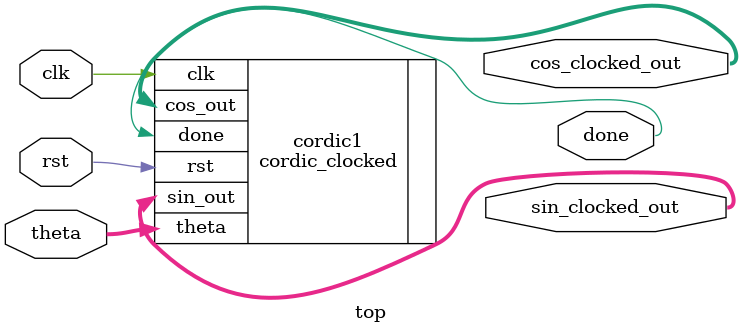
<source format=v>
module top (
    input wire clk,
    input wire rst,
    input wire signed [31:0] theta,
    output wire signed [31:0] cos_clocked_out,
    output wire signed [31:0] sin_clocked_out,
    output wire done
);

    cordic_clocked cordic1(.clk(clk),
                            .rst(rst),
                            .theta(theta),
                            .cos_out(cos_clocked_out),
                            .sin_out(sin_clocked_out),
                            .done(done));

endmodule

</source>
